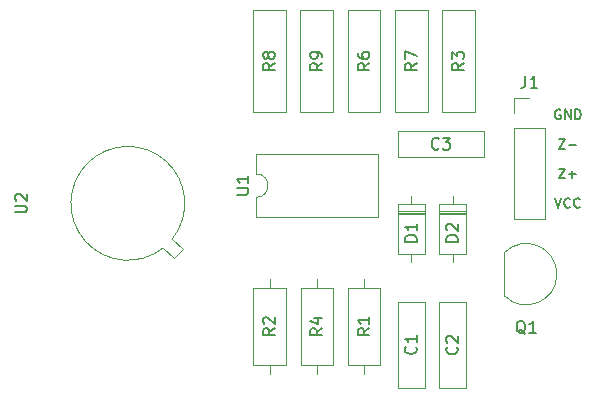
<source format=gbr>
%TF.GenerationSoftware,KiCad,Pcbnew,(5.1.10)-1*%
%TF.CreationDate,2021-12-11T17:16:27+05:30*%
%TF.ProjectId,LTZ1000 Board,4c545a31-3030-4302-9042-6f6172642e6b,rev?*%
%TF.SameCoordinates,Original*%
%TF.FileFunction,Legend,Top*%
%TF.FilePolarity,Positive*%
%FSLAX46Y46*%
G04 Gerber Fmt 4.6, Leading zero omitted, Abs format (unit mm)*
G04 Created by KiCad (PCBNEW (5.1.10)-1) date 2021-12-11 17:16:27*
%MOMM*%
%LPD*%
G01*
G04 APERTURE LIST*
%ADD10C,0.152400*%
%ADD11C,0.120000*%
%ADD12C,0.150000*%
G04 APERTURE END LIST*
D10*
X172166266Y-104554895D02*
X172437200Y-105367695D01*
X172708133Y-104554895D01*
X173443523Y-105290285D02*
X173404819Y-105328990D01*
X173288704Y-105367695D01*
X173211295Y-105367695D01*
X173095180Y-105328990D01*
X173017771Y-105251580D01*
X172979066Y-105174171D01*
X172940361Y-105019352D01*
X172940361Y-104903238D01*
X172979066Y-104748419D01*
X173017771Y-104671009D01*
X173095180Y-104593600D01*
X173211295Y-104554895D01*
X173288704Y-104554895D01*
X173404819Y-104593600D01*
X173443523Y-104632304D01*
X174256323Y-105290285D02*
X174217619Y-105328990D01*
X174101504Y-105367695D01*
X174024095Y-105367695D01*
X173907980Y-105328990D01*
X173830571Y-105251580D01*
X173791866Y-105174171D01*
X173753161Y-105019352D01*
X173753161Y-104903238D01*
X173791866Y-104748419D01*
X173830571Y-104671009D01*
X173907980Y-104593600D01*
X174024095Y-104554895D01*
X174101504Y-104554895D01*
X174217619Y-104593600D01*
X174256323Y-104632304D01*
X172475904Y-102054895D02*
X173017771Y-102054895D01*
X172475904Y-102867695D01*
X173017771Y-102867695D01*
X173327409Y-102558057D02*
X173946685Y-102558057D01*
X173637047Y-102867695D02*
X173637047Y-102248419D01*
X172475904Y-99554895D02*
X173017771Y-99554895D01*
X172475904Y-100367695D01*
X173017771Y-100367695D01*
X173327409Y-100058057D02*
X173946685Y-100058057D01*
X172630723Y-97093600D02*
X172553314Y-97054895D01*
X172437200Y-97054895D01*
X172321085Y-97093600D01*
X172243676Y-97171009D01*
X172204971Y-97248419D01*
X172166266Y-97403238D01*
X172166266Y-97519352D01*
X172204971Y-97674171D01*
X172243676Y-97751580D01*
X172321085Y-97828990D01*
X172437200Y-97867695D01*
X172514609Y-97867695D01*
X172630723Y-97828990D01*
X172669428Y-97790285D01*
X172669428Y-97519352D01*
X172514609Y-97519352D01*
X173017771Y-97867695D02*
X173017771Y-97054895D01*
X173482228Y-97867695D01*
X173482228Y-97054895D01*
X173869276Y-97867695D02*
X173869276Y-97054895D01*
X174062800Y-97054895D01*
X174178914Y-97093600D01*
X174256323Y-97171009D01*
X174295028Y-97248419D01*
X174333733Y-97403238D01*
X174333733Y-97519352D01*
X174295028Y-97674171D01*
X174256323Y-97751580D01*
X174178914Y-97828990D01*
X174062800Y-97867695D01*
X173869276Y-97867695D01*
D11*
%TO.C,U1*%
X146860000Y-100850000D02*
X146860000Y-102500000D01*
X157140000Y-100850000D02*
X146860000Y-100850000D01*
X157140000Y-106150000D02*
X157140000Y-100850000D01*
X146860000Y-106150000D02*
X157140000Y-106150000D01*
X146860000Y-104500000D02*
X146860000Y-106150000D01*
X146860000Y-102500000D02*
G75*
G02*
X146860000Y-104500000I0J-1000000D01*
G01*
%TO.C,D2*%
X164620000Y-105670000D02*
X162380000Y-105670000D01*
X164620000Y-105910000D02*
X162380000Y-105910000D01*
X164620000Y-105790000D02*
X162380000Y-105790000D01*
X163500000Y-109960000D02*
X163500000Y-109310000D01*
X163500000Y-104420000D02*
X163500000Y-105070000D01*
X164620000Y-109310000D02*
X164620000Y-105070000D01*
X162380000Y-109310000D02*
X164620000Y-109310000D01*
X162380000Y-105070000D02*
X162380000Y-109310000D01*
X164620000Y-105070000D02*
X162380000Y-105070000D01*
%TO.C,D1*%
X161120000Y-105670000D02*
X158880000Y-105670000D01*
X161120000Y-105910000D02*
X158880000Y-105910000D01*
X161120000Y-105790000D02*
X158880000Y-105790000D01*
X160000000Y-109960000D02*
X160000000Y-109310000D01*
X160000000Y-104420000D02*
X160000000Y-105070000D01*
X161120000Y-109310000D02*
X161120000Y-105070000D01*
X158880000Y-109310000D02*
X161120000Y-109310000D01*
X158880000Y-105070000D02*
X158880000Y-109310000D01*
X161120000Y-105070000D02*
X158880000Y-105070000D01*
%TO.C,J1*%
X168670000Y-96050000D02*
X170000000Y-96050000D01*
X168670000Y-97380000D02*
X168670000Y-96050000D01*
X168670000Y-98650000D02*
X171330000Y-98650000D01*
X171330000Y-98650000D02*
X171330000Y-106330000D01*
X168670000Y-98650000D02*
X168670000Y-106330000D01*
X168670000Y-106330000D02*
X171330000Y-106330000D01*
%TO.C,U2*%
X140666856Y-108888039D02*
X139775902Y-107997084D01*
X139889039Y-109665856D02*
X140666856Y-108888039D01*
X138998084Y-108774902D02*
X139889039Y-109665856D01*
X139775674Y-107997371D02*
G75*
G03*
X138998084Y-108774902I-3774674J2997371D01*
G01*
%TO.C,Q1*%
X167880000Y-109200000D02*
X167880000Y-112800000D01*
X167891522Y-112838478D02*
G75*
G03*
X172330000Y-111000000I1838478J1838478D01*
G01*
X167891522Y-109161522D02*
G75*
G02*
X172330000Y-111000000I1838478J-1838478D01*
G01*
%TO.C,R9*%
X150610000Y-88650000D02*
X153390000Y-88650000D01*
X150610000Y-97270000D02*
X153390000Y-97270000D01*
X153390000Y-97270000D02*
X153390000Y-88650000D01*
X150610000Y-97270000D02*
X150610000Y-88650000D01*
%TO.C,R8*%
X149390000Y-97270000D02*
X146610000Y-97270000D01*
X149390000Y-88650000D02*
X146610000Y-88650000D01*
X146610000Y-88650000D02*
X146610000Y-97270000D01*
X149390000Y-88650000D02*
X149390000Y-97270000D01*
%TO.C,R7*%
X158610000Y-88650000D02*
X161390000Y-88650000D01*
X158610000Y-97270000D02*
X161390000Y-97270000D01*
X161390000Y-97270000D02*
X161390000Y-88650000D01*
X158610000Y-97270000D02*
X158610000Y-88650000D01*
%TO.C,R6*%
X157390000Y-97270000D02*
X154610000Y-97270000D01*
X157390000Y-88650000D02*
X154610000Y-88650000D01*
X154610000Y-88650000D02*
X154610000Y-97270000D01*
X157390000Y-88650000D02*
X157390000Y-97270000D01*
%TO.C,R4*%
X152000000Y-111380000D02*
X152000000Y-112150000D01*
X152000000Y-119460000D02*
X152000000Y-118690000D01*
X150630000Y-112150000D02*
X150630000Y-118690000D01*
X153370000Y-112150000D02*
X150630000Y-112150000D01*
X153370000Y-118690000D02*
X153370000Y-112150000D01*
X150630000Y-118690000D02*
X153370000Y-118690000D01*
%TO.C,R3*%
X165390000Y-97270000D02*
X162610000Y-97270000D01*
X165390000Y-88650000D02*
X162610000Y-88650000D01*
X162610000Y-88650000D02*
X162610000Y-97270000D01*
X165390000Y-88650000D02*
X165390000Y-97270000D01*
%TO.C,R2*%
X148000000Y-119460000D02*
X148000000Y-118690000D01*
X148000000Y-111380000D02*
X148000000Y-112150000D01*
X149370000Y-118690000D02*
X149370000Y-112150000D01*
X146630000Y-118690000D02*
X149370000Y-118690000D01*
X146630000Y-112150000D02*
X146630000Y-118690000D01*
X149370000Y-112150000D02*
X146630000Y-112150000D01*
%TO.C,R1*%
X156000000Y-111380000D02*
X156000000Y-112150000D01*
X156000000Y-119460000D02*
X156000000Y-118690000D01*
X154630000Y-112150000D02*
X154630000Y-118690000D01*
X157370000Y-112150000D02*
X154630000Y-112150000D01*
X157370000Y-118690000D02*
X157370000Y-112150000D01*
X154630000Y-118690000D02*
X157370000Y-118690000D01*
%TO.C,C3*%
X158880000Y-101120000D02*
X158880000Y-98880000D01*
X166120000Y-101120000D02*
X166120000Y-98880000D01*
X166120000Y-98880000D02*
X158880000Y-98880000D01*
X166120000Y-101120000D02*
X158880000Y-101120000D01*
%TO.C,C2*%
X164620000Y-120620000D02*
X162380000Y-120620000D01*
X164620000Y-113380000D02*
X162380000Y-113380000D01*
X162380000Y-113380000D02*
X162380000Y-120620000D01*
X164620000Y-113380000D02*
X164620000Y-120620000D01*
%TO.C,C1*%
X161120000Y-120620000D02*
X158880000Y-120620000D01*
X161120000Y-113380000D02*
X158880000Y-113380000D01*
X158880000Y-113380000D02*
X158880000Y-120620000D01*
X161120000Y-113380000D02*
X161120000Y-120620000D01*
%TO.C,U1*%
D12*
X145202380Y-104261904D02*
X146011904Y-104261904D01*
X146107142Y-104214285D01*
X146154761Y-104166666D01*
X146202380Y-104071428D01*
X146202380Y-103880952D01*
X146154761Y-103785714D01*
X146107142Y-103738095D01*
X146011904Y-103690476D01*
X145202380Y-103690476D01*
X146202380Y-102690476D02*
X146202380Y-103261904D01*
X146202380Y-102976190D02*
X145202380Y-102976190D01*
X145345238Y-103071428D01*
X145440476Y-103166666D01*
X145488095Y-103261904D01*
%TO.C,D2*%
X163952380Y-108238095D02*
X162952380Y-108238095D01*
X162952380Y-108000000D01*
X163000000Y-107857142D01*
X163095238Y-107761904D01*
X163190476Y-107714285D01*
X163380952Y-107666666D01*
X163523809Y-107666666D01*
X163714285Y-107714285D01*
X163809523Y-107761904D01*
X163904761Y-107857142D01*
X163952380Y-108000000D01*
X163952380Y-108238095D01*
X163047619Y-107285714D02*
X163000000Y-107238095D01*
X162952380Y-107142857D01*
X162952380Y-106904761D01*
X163000000Y-106809523D01*
X163047619Y-106761904D01*
X163142857Y-106714285D01*
X163238095Y-106714285D01*
X163380952Y-106761904D01*
X163952380Y-107333333D01*
X163952380Y-106714285D01*
%TO.C,D1*%
X160452380Y-108238095D02*
X159452380Y-108238095D01*
X159452380Y-108000000D01*
X159500000Y-107857142D01*
X159595238Y-107761904D01*
X159690476Y-107714285D01*
X159880952Y-107666666D01*
X160023809Y-107666666D01*
X160214285Y-107714285D01*
X160309523Y-107761904D01*
X160404761Y-107857142D01*
X160452380Y-108000000D01*
X160452380Y-108238095D01*
X160452380Y-106714285D02*
X160452380Y-107285714D01*
X160452380Y-107000000D02*
X159452380Y-107000000D01*
X159595238Y-107095238D01*
X159690476Y-107190476D01*
X159738095Y-107285714D01*
%TO.C,J1*%
X169666666Y-94202380D02*
X169666666Y-94916666D01*
X169619047Y-95059523D01*
X169523809Y-95154761D01*
X169380952Y-95202380D01*
X169285714Y-95202380D01*
X170666666Y-95202380D02*
X170095238Y-95202380D01*
X170380952Y-95202380D02*
X170380952Y-94202380D01*
X170285714Y-94345238D01*
X170190476Y-94440476D01*
X170095238Y-94488095D01*
%TO.C,U2*%
X126452380Y-105761904D02*
X127261904Y-105761904D01*
X127357142Y-105714285D01*
X127404761Y-105666666D01*
X127452380Y-105571428D01*
X127452380Y-105380952D01*
X127404761Y-105285714D01*
X127357142Y-105238095D01*
X127261904Y-105190476D01*
X126452380Y-105190476D01*
X126547619Y-104761904D02*
X126500000Y-104714285D01*
X126452380Y-104619047D01*
X126452380Y-104380952D01*
X126500000Y-104285714D01*
X126547619Y-104238095D01*
X126642857Y-104190476D01*
X126738095Y-104190476D01*
X126880952Y-104238095D01*
X127452380Y-104809523D01*
X127452380Y-104190476D01*
%TO.C,Q1*%
X169654761Y-116047619D02*
X169559523Y-116000000D01*
X169464285Y-115904761D01*
X169321428Y-115761904D01*
X169226190Y-115714285D01*
X169130952Y-115714285D01*
X169178571Y-115952380D02*
X169083333Y-115904761D01*
X168988095Y-115809523D01*
X168940476Y-115619047D01*
X168940476Y-115285714D01*
X168988095Y-115095238D01*
X169083333Y-115000000D01*
X169178571Y-114952380D01*
X169369047Y-114952380D01*
X169464285Y-115000000D01*
X169559523Y-115095238D01*
X169607142Y-115285714D01*
X169607142Y-115619047D01*
X169559523Y-115809523D01*
X169464285Y-115904761D01*
X169369047Y-115952380D01*
X169178571Y-115952380D01*
X170559523Y-115952380D02*
X169988095Y-115952380D01*
X170273809Y-115952380D02*
X170273809Y-114952380D01*
X170178571Y-115095238D01*
X170083333Y-115190476D01*
X169988095Y-115238095D01*
%TO.C,R9*%
X152452380Y-93126666D02*
X151976190Y-93460000D01*
X152452380Y-93698095D02*
X151452380Y-93698095D01*
X151452380Y-93317142D01*
X151500000Y-93221904D01*
X151547619Y-93174285D01*
X151642857Y-93126666D01*
X151785714Y-93126666D01*
X151880952Y-93174285D01*
X151928571Y-93221904D01*
X151976190Y-93317142D01*
X151976190Y-93698095D01*
X152452380Y-92650476D02*
X152452380Y-92460000D01*
X152404761Y-92364761D01*
X152357142Y-92317142D01*
X152214285Y-92221904D01*
X152023809Y-92174285D01*
X151642857Y-92174285D01*
X151547619Y-92221904D01*
X151500000Y-92269523D01*
X151452380Y-92364761D01*
X151452380Y-92555238D01*
X151500000Y-92650476D01*
X151547619Y-92698095D01*
X151642857Y-92745714D01*
X151880952Y-92745714D01*
X151976190Y-92698095D01*
X152023809Y-92650476D01*
X152071428Y-92555238D01*
X152071428Y-92364761D01*
X152023809Y-92269523D01*
X151976190Y-92221904D01*
X151880952Y-92174285D01*
%TO.C,R8*%
X148452380Y-93126666D02*
X147976190Y-93460000D01*
X148452380Y-93698095D02*
X147452380Y-93698095D01*
X147452380Y-93317142D01*
X147500000Y-93221904D01*
X147547619Y-93174285D01*
X147642857Y-93126666D01*
X147785714Y-93126666D01*
X147880952Y-93174285D01*
X147928571Y-93221904D01*
X147976190Y-93317142D01*
X147976190Y-93698095D01*
X147880952Y-92555238D02*
X147833333Y-92650476D01*
X147785714Y-92698095D01*
X147690476Y-92745714D01*
X147642857Y-92745714D01*
X147547619Y-92698095D01*
X147500000Y-92650476D01*
X147452380Y-92555238D01*
X147452380Y-92364761D01*
X147500000Y-92269523D01*
X147547619Y-92221904D01*
X147642857Y-92174285D01*
X147690476Y-92174285D01*
X147785714Y-92221904D01*
X147833333Y-92269523D01*
X147880952Y-92364761D01*
X147880952Y-92555238D01*
X147928571Y-92650476D01*
X147976190Y-92698095D01*
X148071428Y-92745714D01*
X148261904Y-92745714D01*
X148357142Y-92698095D01*
X148404761Y-92650476D01*
X148452380Y-92555238D01*
X148452380Y-92364761D01*
X148404761Y-92269523D01*
X148357142Y-92221904D01*
X148261904Y-92174285D01*
X148071428Y-92174285D01*
X147976190Y-92221904D01*
X147928571Y-92269523D01*
X147880952Y-92364761D01*
%TO.C,R7*%
X160452380Y-93126666D02*
X159976190Y-93460000D01*
X160452380Y-93698095D02*
X159452380Y-93698095D01*
X159452380Y-93317142D01*
X159500000Y-93221904D01*
X159547619Y-93174285D01*
X159642857Y-93126666D01*
X159785714Y-93126666D01*
X159880952Y-93174285D01*
X159928571Y-93221904D01*
X159976190Y-93317142D01*
X159976190Y-93698095D01*
X159452380Y-92793333D02*
X159452380Y-92126666D01*
X160452380Y-92555238D01*
%TO.C,R6*%
X156452380Y-93126666D02*
X155976190Y-93460000D01*
X156452380Y-93698095D02*
X155452380Y-93698095D01*
X155452380Y-93317142D01*
X155500000Y-93221904D01*
X155547619Y-93174285D01*
X155642857Y-93126666D01*
X155785714Y-93126666D01*
X155880952Y-93174285D01*
X155928571Y-93221904D01*
X155976190Y-93317142D01*
X155976190Y-93698095D01*
X155452380Y-92269523D02*
X155452380Y-92460000D01*
X155500000Y-92555238D01*
X155547619Y-92602857D01*
X155690476Y-92698095D01*
X155880952Y-92745714D01*
X156261904Y-92745714D01*
X156357142Y-92698095D01*
X156404761Y-92650476D01*
X156452380Y-92555238D01*
X156452380Y-92364761D01*
X156404761Y-92269523D01*
X156357142Y-92221904D01*
X156261904Y-92174285D01*
X156023809Y-92174285D01*
X155928571Y-92221904D01*
X155880952Y-92269523D01*
X155833333Y-92364761D01*
X155833333Y-92555238D01*
X155880952Y-92650476D01*
X155928571Y-92698095D01*
X156023809Y-92745714D01*
%TO.C,R4*%
X152452380Y-115586666D02*
X151976190Y-115920000D01*
X152452380Y-116158095D02*
X151452380Y-116158095D01*
X151452380Y-115777142D01*
X151500000Y-115681904D01*
X151547619Y-115634285D01*
X151642857Y-115586666D01*
X151785714Y-115586666D01*
X151880952Y-115634285D01*
X151928571Y-115681904D01*
X151976190Y-115777142D01*
X151976190Y-116158095D01*
X151785714Y-114729523D02*
X152452380Y-114729523D01*
X151404761Y-114967619D02*
X152119047Y-115205714D01*
X152119047Y-114586666D01*
%TO.C,R3*%
X164452380Y-93126666D02*
X163976190Y-93460000D01*
X164452380Y-93698095D02*
X163452380Y-93698095D01*
X163452380Y-93317142D01*
X163500000Y-93221904D01*
X163547619Y-93174285D01*
X163642857Y-93126666D01*
X163785714Y-93126666D01*
X163880952Y-93174285D01*
X163928571Y-93221904D01*
X163976190Y-93317142D01*
X163976190Y-93698095D01*
X163452380Y-92793333D02*
X163452380Y-92174285D01*
X163833333Y-92507619D01*
X163833333Y-92364761D01*
X163880952Y-92269523D01*
X163928571Y-92221904D01*
X164023809Y-92174285D01*
X164261904Y-92174285D01*
X164357142Y-92221904D01*
X164404761Y-92269523D01*
X164452380Y-92364761D01*
X164452380Y-92650476D01*
X164404761Y-92745714D01*
X164357142Y-92793333D01*
%TO.C,R2*%
X148452380Y-115586666D02*
X147976190Y-115920000D01*
X148452380Y-116158095D02*
X147452380Y-116158095D01*
X147452380Y-115777142D01*
X147500000Y-115681904D01*
X147547619Y-115634285D01*
X147642857Y-115586666D01*
X147785714Y-115586666D01*
X147880952Y-115634285D01*
X147928571Y-115681904D01*
X147976190Y-115777142D01*
X147976190Y-116158095D01*
X147547619Y-115205714D02*
X147500000Y-115158095D01*
X147452380Y-115062857D01*
X147452380Y-114824761D01*
X147500000Y-114729523D01*
X147547619Y-114681904D01*
X147642857Y-114634285D01*
X147738095Y-114634285D01*
X147880952Y-114681904D01*
X148452380Y-115253333D01*
X148452380Y-114634285D01*
%TO.C,R1*%
X156452380Y-115586666D02*
X155976190Y-115920000D01*
X156452380Y-116158095D02*
X155452380Y-116158095D01*
X155452380Y-115777142D01*
X155500000Y-115681904D01*
X155547619Y-115634285D01*
X155642857Y-115586666D01*
X155785714Y-115586666D01*
X155880952Y-115634285D01*
X155928571Y-115681904D01*
X155976190Y-115777142D01*
X155976190Y-116158095D01*
X156452380Y-114634285D02*
X156452380Y-115205714D01*
X156452380Y-114920000D02*
X155452380Y-114920000D01*
X155595238Y-115015238D01*
X155690476Y-115110476D01*
X155738095Y-115205714D01*
%TO.C,C3*%
X162333333Y-100357142D02*
X162285714Y-100404761D01*
X162142857Y-100452380D01*
X162047619Y-100452380D01*
X161904761Y-100404761D01*
X161809523Y-100309523D01*
X161761904Y-100214285D01*
X161714285Y-100023809D01*
X161714285Y-99880952D01*
X161761904Y-99690476D01*
X161809523Y-99595238D01*
X161904761Y-99500000D01*
X162047619Y-99452380D01*
X162142857Y-99452380D01*
X162285714Y-99500000D01*
X162333333Y-99547619D01*
X162666666Y-99452380D02*
X163285714Y-99452380D01*
X162952380Y-99833333D01*
X163095238Y-99833333D01*
X163190476Y-99880952D01*
X163238095Y-99928571D01*
X163285714Y-100023809D01*
X163285714Y-100261904D01*
X163238095Y-100357142D01*
X163190476Y-100404761D01*
X163095238Y-100452380D01*
X162809523Y-100452380D01*
X162714285Y-100404761D01*
X162666666Y-100357142D01*
%TO.C,C2*%
X163857142Y-117166666D02*
X163904761Y-117214285D01*
X163952380Y-117357142D01*
X163952380Y-117452380D01*
X163904761Y-117595238D01*
X163809523Y-117690476D01*
X163714285Y-117738095D01*
X163523809Y-117785714D01*
X163380952Y-117785714D01*
X163190476Y-117738095D01*
X163095238Y-117690476D01*
X163000000Y-117595238D01*
X162952380Y-117452380D01*
X162952380Y-117357142D01*
X163000000Y-117214285D01*
X163047619Y-117166666D01*
X163047619Y-116785714D02*
X163000000Y-116738095D01*
X162952380Y-116642857D01*
X162952380Y-116404761D01*
X163000000Y-116309523D01*
X163047619Y-116261904D01*
X163142857Y-116214285D01*
X163238095Y-116214285D01*
X163380952Y-116261904D01*
X163952380Y-116833333D01*
X163952380Y-116214285D01*
%TO.C,C1*%
X160357142Y-117126666D02*
X160404761Y-117174285D01*
X160452380Y-117317142D01*
X160452380Y-117412380D01*
X160404761Y-117555238D01*
X160309523Y-117650476D01*
X160214285Y-117698095D01*
X160023809Y-117745714D01*
X159880952Y-117745714D01*
X159690476Y-117698095D01*
X159595238Y-117650476D01*
X159500000Y-117555238D01*
X159452380Y-117412380D01*
X159452380Y-117317142D01*
X159500000Y-117174285D01*
X159547619Y-117126666D01*
X160452380Y-116174285D02*
X160452380Y-116745714D01*
X160452380Y-116460000D02*
X159452380Y-116460000D01*
X159595238Y-116555238D01*
X159690476Y-116650476D01*
X159738095Y-116745714D01*
%TD*%
M02*

</source>
